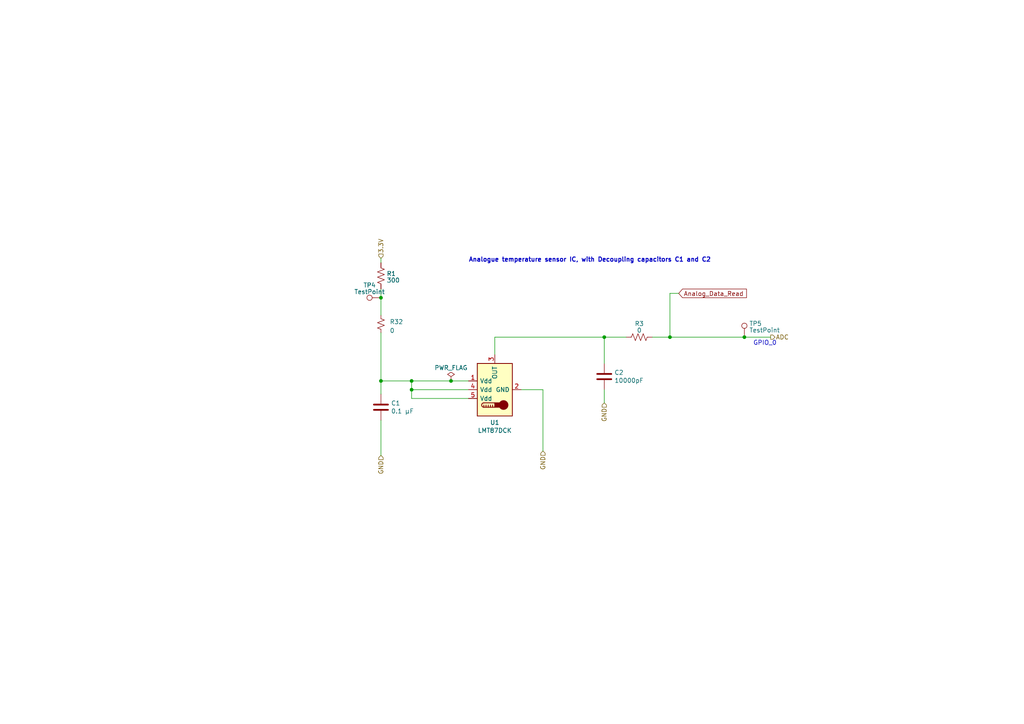
<source format=kicad_sch>
(kicad_sch (version 20230121) (generator eeschema)

  (uuid ba80147f-dc82-4fcf-845a-23f039ad7409)

  (paper "A4")

  (title_block
    (title "Analogue Temp Sensor")
    (date "2023-04-13")
    (rev "v0.21")
    (company "University of Cape Town")
    (comment 4 "Author: Joachim Gengan")
  )

  (lib_symbols
    (symbol "Connector:TestPoint" (pin_numbers hide) (pin_names (offset 0.762) hide) (in_bom yes) (on_board yes)
      (property "Reference" "TP" (at 0 6.858 0)
        (effects (font (size 1.27 1.27)))
      )
      (property "Value" "TestPoint" (at 0 5.08 0)
        (effects (font (size 1.27 1.27)))
      )
      (property "Footprint" "" (at 5.08 0 0)
        (effects (font (size 1.27 1.27)) hide)
      )
      (property "Datasheet" "~" (at 5.08 0 0)
        (effects (font (size 1.27 1.27)) hide)
      )
      (property "ki_keywords" "test point tp" (at 0 0 0)
        (effects (font (size 1.27 1.27)) hide)
      )
      (property "ki_description" "test point" (at 0 0 0)
        (effects (font (size 1.27 1.27)) hide)
      )
      (property "ki_fp_filters" "Pin* Test*" (at 0 0 0)
        (effects (font (size 1.27 1.27)) hide)
      )
      (symbol "TestPoint_0_1"
        (circle (center 0 3.302) (radius 0.762)
          (stroke (width 0) (type default))
          (fill (type none))
        )
      )
      (symbol "TestPoint_1_1"
        (pin passive line (at 0 0 90) (length 2.54)
          (name "1" (effects (font (size 1.27 1.27))))
          (number "1" (effects (font (size 1.27 1.27))))
        )
      )
    )
    (symbol "Device:C" (pin_numbers hide) (pin_names (offset 0.254)) (in_bom yes) (on_board yes)
      (property "Reference" "C" (at 0.635 2.54 0)
        (effects (font (size 1.27 1.27)) (justify left))
      )
      (property "Value" "C" (at 0.635 -2.54 0)
        (effects (font (size 1.27 1.27)) (justify left))
      )
      (property "Footprint" "" (at 0.9652 -3.81 0)
        (effects (font (size 1.27 1.27)) hide)
      )
      (property "Datasheet" "~" (at 0 0 0)
        (effects (font (size 1.27 1.27)) hide)
      )
      (property "ki_keywords" "cap capacitor" (at 0 0 0)
        (effects (font (size 1.27 1.27)) hide)
      )
      (property "ki_description" "Unpolarized capacitor" (at 0 0 0)
        (effects (font (size 1.27 1.27)) hide)
      )
      (property "ki_fp_filters" "C_*" (at 0 0 0)
        (effects (font (size 1.27 1.27)) hide)
      )
      (symbol "C_0_1"
        (polyline
          (pts
            (xy -2.032 -0.762)
            (xy 2.032 -0.762)
          )
          (stroke (width 0.508) (type default))
          (fill (type none))
        )
        (polyline
          (pts
            (xy -2.032 0.762)
            (xy 2.032 0.762)
          )
          (stroke (width 0.508) (type default))
          (fill (type none))
        )
      )
      (symbol "C_1_1"
        (pin passive line (at 0 3.81 270) (length 2.794)
          (name "~" (effects (font (size 1.27 1.27))))
          (number "1" (effects (font (size 1.27 1.27))))
        )
        (pin passive line (at 0 -3.81 90) (length 2.794)
          (name "~" (effects (font (size 1.27 1.27))))
          (number "2" (effects (font (size 1.27 1.27))))
        )
      )
    )
    (symbol "Device:R_Small_US" (pin_numbers hide) (pin_names (offset 0.254) hide) (in_bom yes) (on_board yes)
      (property "Reference" "R" (at 0.762 0.508 0)
        (effects (font (size 1.27 1.27)) (justify left))
      )
      (property "Value" "R_Small_US" (at 0.762 -1.016 0)
        (effects (font (size 1.27 1.27)) (justify left))
      )
      (property "Footprint" "" (at 0 0 0)
        (effects (font (size 1.27 1.27)) hide)
      )
      (property "Datasheet" "~" (at 0 0 0)
        (effects (font (size 1.27 1.27)) hide)
      )
      (property "ki_keywords" "r resistor" (at 0 0 0)
        (effects (font (size 1.27 1.27)) hide)
      )
      (property "ki_description" "Resistor, small US symbol" (at 0 0 0)
        (effects (font (size 1.27 1.27)) hide)
      )
      (property "ki_fp_filters" "R_*" (at 0 0 0)
        (effects (font (size 1.27 1.27)) hide)
      )
      (symbol "R_Small_US_1_1"
        (polyline
          (pts
            (xy 0 0)
            (xy 1.016 -0.381)
            (xy 0 -0.762)
            (xy -1.016 -1.143)
            (xy 0 -1.524)
          )
          (stroke (width 0) (type default))
          (fill (type none))
        )
        (polyline
          (pts
            (xy 0 1.524)
            (xy 1.016 1.143)
            (xy 0 0.762)
            (xy -1.016 0.381)
            (xy 0 0)
          )
          (stroke (width 0) (type default))
          (fill (type none))
        )
        (pin passive line (at 0 2.54 270) (length 1.016)
          (name "~" (effects (font (size 1.27 1.27))))
          (number "1" (effects (font (size 1.27 1.27))))
        )
        (pin passive line (at 0 -2.54 90) (length 1.016)
          (name "~" (effects (font (size 1.27 1.27))))
          (number "2" (effects (font (size 1.27 1.27))))
        )
      )
    )
    (symbol "Device:R_US" (pin_numbers hide) (pin_names (offset 0)) (in_bom yes) (on_board yes)
      (property "Reference" "R" (at 2.54 0 90)
        (effects (font (size 1.27 1.27)))
      )
      (property "Value" "R_US" (at -2.54 0 90)
        (effects (font (size 1.27 1.27)))
      )
      (property "Footprint" "" (at 1.016 -0.254 90)
        (effects (font (size 1.27 1.27)) hide)
      )
      (property "Datasheet" "~" (at 0 0 0)
        (effects (font (size 1.27 1.27)) hide)
      )
      (property "ki_keywords" "R res resistor" (at 0 0 0)
        (effects (font (size 1.27 1.27)) hide)
      )
      (property "ki_description" "Resistor, US symbol" (at 0 0 0)
        (effects (font (size 1.27 1.27)) hide)
      )
      (property "ki_fp_filters" "R_*" (at 0 0 0)
        (effects (font (size 1.27 1.27)) hide)
      )
      (symbol "R_US_0_1"
        (polyline
          (pts
            (xy 0 -2.286)
            (xy 0 -2.54)
          )
          (stroke (width 0) (type default))
          (fill (type none))
        )
        (polyline
          (pts
            (xy 0 2.286)
            (xy 0 2.54)
          )
          (stroke (width 0) (type default))
          (fill (type none))
        )
        (polyline
          (pts
            (xy 0 -0.762)
            (xy 1.016 -1.143)
            (xy 0 -1.524)
            (xy -1.016 -1.905)
            (xy 0 -2.286)
          )
          (stroke (width 0) (type default))
          (fill (type none))
        )
        (polyline
          (pts
            (xy 0 0.762)
            (xy 1.016 0.381)
            (xy 0 0)
            (xy -1.016 -0.381)
            (xy 0 -0.762)
          )
          (stroke (width 0) (type default))
          (fill (type none))
        )
        (polyline
          (pts
            (xy 0 2.286)
            (xy 1.016 1.905)
            (xy 0 1.524)
            (xy -1.016 1.143)
            (xy 0 0.762)
          )
          (stroke (width 0) (type default))
          (fill (type none))
        )
      )
      (symbol "R_US_1_1"
        (pin passive line (at 0 3.81 270) (length 1.27)
          (name "~" (effects (font (size 1.27 1.27))))
          (number "1" (effects (font (size 1.27 1.27))))
        )
        (pin passive line (at 0 -3.81 90) (length 1.27)
          (name "~" (effects (font (size 1.27 1.27))))
          (number "2" (effects (font (size 1.27 1.27))))
        )
      )
    )
    (symbol "power:PWR_FLAG" (power) (pin_numbers hide) (pin_names (offset 0) hide) (in_bom yes) (on_board yes)
      (property "Reference" "#FLG" (at 0 1.905 0)
        (effects (font (size 1.27 1.27)) hide)
      )
      (property "Value" "PWR_FLAG" (at 0 3.81 0)
        (effects (font (size 1.27 1.27)))
      )
      (property "Footprint" "" (at 0 0 0)
        (effects (font (size 1.27 1.27)) hide)
      )
      (property "Datasheet" "~" (at 0 0 0)
        (effects (font (size 1.27 1.27)) hide)
      )
      (property "ki_keywords" "flag power" (at 0 0 0)
        (effects (font (size 1.27 1.27)) hide)
      )
      (property "ki_description" "Special symbol for telling ERC where power comes from" (at 0 0 0)
        (effects (font (size 1.27 1.27)) hide)
      )
      (symbol "PWR_FLAG_0_0"
        (pin power_out line (at 0 0 90) (length 0)
          (name "pwr" (effects (font (size 1.27 1.27))))
          (number "1" (effects (font (size 1.27 1.27))))
        )
      )
      (symbol "PWR_FLAG_0_1"
        (polyline
          (pts
            (xy 0 0)
            (xy 0 1.27)
            (xy -1.016 1.905)
            (xy 0 2.54)
            (xy 1.016 1.905)
            (xy 0 1.27)
          )
          (stroke (width 0) (type default))
          (fill (type none))
        )
      )
    )
    (symbol "schematicDraft-rescue:LMT87DCK-Sensor_Temperature" (pin_names (offset 0.762)) (in_bom yes) (on_board yes)
      (property "Reference" "U" (at -6.35 6.35 0)
        (effects (font (size 1.27 1.27)))
      )
      (property "Value" "Sensor_Temperature_LMT87DCK" (at 5.08 6.35 0)
        (effects (font (size 1.27 1.27)) (justify left))
      )
      (property "Footprint" "Package_TO_SOT_SMD:SOT-353_SC-70-5" (at 0 -10.16 0)
        (effects (font (size 1.27 1.27)) hide)
      )
      (property "Datasheet" "" (at 0 0 0)
        (effects (font (size 1.27 1.27)) hide)
      )
      (property "ki_fp_filters" "SC-70-*" (at 0 0 0)
        (effects (font (size 1.27 1.27)) hide)
      )
      (symbol "LMT87DCK-Sensor_Temperature_0_1"
        (rectangle (start -7.62 5.08) (end 7.62 -5.08)
          (stroke (width 0.254) (type solid))
          (fill (type background))
        )
        (circle (center -4.445 -2.54) (radius 1.27)
          (stroke (width 0.254) (type solid))
          (fill (type outline))
        )
        (rectangle (start -3.81 -1.905) (end -5.08 0)
          (stroke (width 0.254) (type solid))
          (fill (type outline))
        )
        (arc (start -3.81 3.175) (mid -4.445 3.8073) (end -5.08 3.175)
          (stroke (width 0.254) (type solid))
          (fill (type none))
        )
        (polyline
          (pts
            (xy -5.08 0.635)
            (xy -4.445 0.635)
          )
          (stroke (width 0.254) (type solid))
          (fill (type none))
        )
        (polyline
          (pts
            (xy -5.08 1.27)
            (xy -4.445 1.27)
          )
          (stroke (width 0.254) (type solid))
          (fill (type none))
        )
        (polyline
          (pts
            (xy -5.08 1.905)
            (xy -4.445 1.905)
          )
          (stroke (width 0.254) (type solid))
          (fill (type none))
        )
        (polyline
          (pts
            (xy -5.08 2.54)
            (xy -4.445 2.54)
          )
          (stroke (width 0.254) (type solid))
          (fill (type none))
        )
        (polyline
          (pts
            (xy -5.08 3.175)
            (xy -5.08 0)
          )
          (stroke (width 0.254) (type solid))
          (fill (type none))
        )
        (polyline
          (pts
            (xy -5.08 3.175)
            (xy -4.445 3.175)
          )
          (stroke (width 0.254) (type solid))
          (fill (type none))
        )
        (polyline
          (pts
            (xy -3.81 3.175)
            (xy -3.81 0)
          )
          (stroke (width 0.254) (type solid))
          (fill (type none))
        )
      )
      (symbol "LMT87DCK-Sensor_Temperature_1_1"
        (pin power_in line (at 2.54 7.62 270) (length 2.54)
          (name "Vdd" (effects (font (size 1.27 1.27))))
          (number "1" (effects (font (size 1.27 1.27))))
        )
        (pin power_in line (at 0 -7.62 90) (length 2.54)
          (name "GND" (effects (font (size 1.27 1.27))))
          (number "2" (effects (font (size 1.27 1.27))))
        )
        (pin output line (at 10.16 0 180) (length 2.54)
          (name "OUT" (effects (font (size 1.27 1.27))))
          (number "3" (effects (font (size 1.27 1.27))))
        )
        (pin power_in line (at 0 7.62 270) (length 2.54)
          (name "Vdd" (effects (font (size 1.27 1.27))))
          (number "4" (effects (font (size 1.27 1.27))))
        )
        (pin power_in line (at -2.54 7.62 270) (length 2.54)
          (name "Vdd" (effects (font (size 1.27 1.27))))
          (number "5" (effects (font (size 1.27 1.27))))
        )
      )
    )
  )

  (junction (at 110.49 86.36) (diameter 0) (color 0 0 0 0)
    (uuid 28372600-d310-47ca-8af3-99f8770e4ce1)
  )
  (junction (at 215.9 97.79) (diameter 0) (color 0 0 0 0)
    (uuid 2d530c79-e4ca-41fe-a3f3-7d641cec175c)
  )
  (junction (at 194.31 97.79) (diameter 0) (color 0 0 0 0)
    (uuid 2e9b419a-2215-401f-8575-6832ca76b67d)
  )
  (junction (at 130.81 110.49) (diameter 0) (color 0 0 0 0)
    (uuid 7a937f71-46f3-4137-8186-2b2daffc32d5)
  )
  (junction (at 119.38 113.03) (diameter 0) (color 0 0 0 0)
    (uuid 86b96dae-0d37-488a-baac-b9359b804d43)
  )
  (junction (at 175.26 97.79) (diameter 0) (color 0 0 0 0)
    (uuid 9374314b-edce-465f-ac1a-3aa888a7316b)
  )
  (junction (at 110.49 110.49) (diameter 0) (color 0 0 0 0)
    (uuid a8f4d13e-7f3a-4e3b-983a-b73a65ba43db)
  )
  (junction (at 119.38 110.49) (diameter 0) (color 0 0 0 0)
    (uuid d16e3437-b4ce-49ab-9539-1107b97eeb38)
  )

  (wire (pts (xy 119.38 110.49) (xy 130.81 110.49))
    (stroke (width 0) (type default))
    (uuid 047cdf15-d85b-4cc4-bed0-6b491201078c)
  )
  (wire (pts (xy 135.89 113.03) (xy 119.38 113.03))
    (stroke (width 0) (type default))
    (uuid 07189593-fd73-468e-ad26-58945323668e)
  )
  (wire (pts (xy 157.48 113.03) (xy 157.48 130.81))
    (stroke (width 0) (type default))
    (uuid 135db79c-9eeb-4bdf-ac3c-0919c9cb497c)
  )
  (wire (pts (xy 189.23 97.79) (xy 194.31 97.79))
    (stroke (width 0) (type default))
    (uuid 2ce26b72-c2fe-45e8-a6f8-ee9877d5d515)
  )
  (wire (pts (xy 143.51 102.87) (xy 143.51 97.79))
    (stroke (width 0) (type default))
    (uuid 2d8a2f15-f0ea-4083-8c59-9f0aa2c14332)
  )
  (wire (pts (xy 151.13 113.03) (xy 157.48 113.03))
    (stroke (width 0) (type default))
    (uuid 2f854620-7d83-4837-917e-3b6549a93e79)
  )
  (wire (pts (xy 110.49 74.93) (xy 110.49 76.2))
    (stroke (width 0) (type default))
    (uuid 35cbad9f-4097-4499-8124-a1d9f67297e7)
  )
  (wire (pts (xy 194.31 85.09) (xy 194.31 97.79))
    (stroke (width 0) (type default))
    (uuid 399c8fc1-03e2-45af-8441-a4a1f3fba039)
  )
  (wire (pts (xy 110.49 83.82) (xy 110.49 86.36))
    (stroke (width 0) (type default))
    (uuid 4ca8552f-1b17-4a34-84ff-5ee875291659)
  )
  (wire (pts (xy 110.49 86.36) (xy 110.49 91.44))
    (stroke (width 0) (type default))
    (uuid 4d1d65f6-65a4-4b7b-985f-1b8909facd82)
  )
  (wire (pts (xy 135.89 115.57) (xy 119.38 115.57))
    (stroke (width 0) (type default))
    (uuid 5ae23412-7f84-4363-9c36-87883959ba25)
  )
  (wire (pts (xy 110.49 110.49) (xy 119.38 110.49))
    (stroke (width 0) (type default))
    (uuid 622fa073-3e5d-4409-8b93-12ff2c73028b)
  )
  (wire (pts (xy 196.85 85.09) (xy 194.31 85.09))
    (stroke (width 0) (type default))
    (uuid 6b589c50-c62d-47bc-8120-234464f1b645)
  )
  (wire (pts (xy 215.9 97.79) (xy 223.52 97.79))
    (stroke (width 0) (type default))
    (uuid 7083a98d-53e8-49ff-aee2-1a3496de2724)
  )
  (wire (pts (xy 110.49 96.52) (xy 110.49 110.49))
    (stroke (width 0) (type default))
    (uuid 9278cf18-27c0-43e5-92b1-44cea2bca44e)
  )
  (wire (pts (xy 175.26 113.03) (xy 175.26 116.84))
    (stroke (width 0) (type default))
    (uuid a7dc194a-464c-41a7-b182-87f24d862ae1)
  )
  (wire (pts (xy 119.38 115.57) (xy 119.38 113.03))
    (stroke (width 0) (type default))
    (uuid a8105ad2-fffd-421c-92f0-48a99a53fba3)
  )
  (wire (pts (xy 110.49 132.08) (xy 110.49 121.92))
    (stroke (width 0) (type default))
    (uuid a9238270-a499-44d7-83d1-73a544942f19)
  )
  (wire (pts (xy 119.38 113.03) (xy 119.38 110.49))
    (stroke (width 0) (type default))
    (uuid ce8d5c70-2ed6-4878-8a06-cfaa89d7adfc)
  )
  (wire (pts (xy 175.26 97.79) (xy 181.61 97.79))
    (stroke (width 0) (type default))
    (uuid d6e20066-3656-49ce-bc7a-efd0f9106d69)
  )
  (wire (pts (xy 194.31 97.79) (xy 215.9 97.79))
    (stroke (width 0) (type default))
    (uuid e532d03e-74a9-49e3-88a6-05ff58b09c20)
  )
  (wire (pts (xy 130.81 110.49) (xy 135.89 110.49))
    (stroke (width 0) (type default))
    (uuid ecb2d9e3-edbc-41b1-9e60-3aac87cde711)
  )
  (wire (pts (xy 175.26 97.79) (xy 175.26 105.41))
    (stroke (width 0) (type default))
    (uuid ef55c3a9-508b-401c-9a57-15a85c413f56)
  )
  (wire (pts (xy 110.49 110.49) (xy 110.49 114.3))
    (stroke (width 0) (type default))
    (uuid f2414591-2587-4673-84ff-12cf246d9832)
  )
  (wire (pts (xy 143.51 97.79) (xy 175.26 97.79))
    (stroke (width 0) (type default))
    (uuid fbe2f312-d208-4f2d-b1c7-7c9e936e3592)
  )

  (text "GPIO_0" (at 218.44 100.33 0)
    (effects (font (size 1.27 1.27)) (justify left bottom))
    (uuid 1f428d1a-8777-4482-85dd-b32ebbb2046e)
  )
  (text "Analogue temperature sensor IC, with Decoupling capacitors C1 and C2"
    (at 135.89 76.2 0)
    (effects (font (size 1.27 1.27) (thickness 0.254) bold) (justify left bottom))
    (uuid c03389d1-f897-400c-8049-8a263a8d11f5)
  )

  (global_label "Analog_Data_Read" (shape input) (at 196.85 85.09 0) (fields_autoplaced)
    (effects (font (size 1.27 1.27)) (justify left))
    (uuid 1c7607e1-707d-47fc-a8ad-5b4c30bfb5e6)
    (property "Intersheetrefs" "${INTERSHEET_REFS}" (at 216.3369 85.09 0)
      (effects (font (size 1.27 1.27)) (justify left) hide)
    )
  )

  (hierarchical_label "3.3V" (shape input) (at 110.49 74.93 90) (fields_autoplaced)
    (effects (font (size 1.27 1.27)) (justify left))
    (uuid 2cfb9182-c961-4f5e-9aab-c262d2c8eb4b)
  )
  (hierarchical_label "GND" (shape input) (at 157.48 130.81 270) (fields_autoplaced)
    (effects (font (size 1.27 1.27)) (justify right))
    (uuid 31e1cc59-657b-4c77-8289-256d6200bf70)
  )
  (hierarchical_label "GND" (shape input) (at 175.26 116.84 270) (fields_autoplaced)
    (effects (font (size 1.27 1.27)) (justify right))
    (uuid 6466a2a4-eaa5-4b2c-aa8c-ed74e9e87d08)
  )
  (hierarchical_label "GND" (shape input) (at 110.49 132.08 270) (fields_autoplaced)
    (effects (font (size 1.27 1.27)) (justify right))
    (uuid d3a4c037-503a-454e-abce-a5d0473f0daa)
  )
  (hierarchical_label "ADC" (shape output) (at 223.52 97.79 0) (fields_autoplaced)
    (effects (font (size 1.27 1.27)) (justify left))
    (uuid e877cf26-b9b9-4585-b70e-74b136c3dc8f)
  )

  (symbol (lib_id "schematicDraft-rescue:LMT87DCK-Sensor_Temperature") (at 143.51 113.03 90) (unit 1)
    (in_bom yes) (on_board yes) (dnp no)
    (uuid 00000000-0000-0000-0000-00006404ab95)
    (property "Reference" "U1" (at 143.51 122.555 90)
      (effects (font (size 1.27 1.27)))
    )
    (property "Value" "LMT87DCK" (at 143.51 124.8664 90)
      (effects (font (size 1.27 1.27)))
    )
    (property "Footprint" "Package_TO_SOT_SMD:SOT-353_SC-70-5" (at 153.67 113.03 0)
      (effects (font (size 1.27 1.27)) hide)
    )
    (property "Datasheet" "http://www.ti.com/lit/ds/symlink/lmt87-q1.pdf" (at 143.51 113.03 0)
      (effects (font (size 1.27 1.27)) hide)
    )
    (property "Cost Per unit" "U$0.9827" (at 143.51 113.03 0)
      (effects (font (size 1.27 1.27)) hide)
    )
    (property "JLC Part Number" "C206058" (at 143.51 113.03 0)
      (effects (font (size 1.27 1.27)) hide)
    )
    (property "Component Name" "Temp Sensor" (at 143.51 113.03 0)
      (effects (font (size 1.27 1.27)) hide)
    )
    (property "Cost per Board" "U$0.9827" (at 143.51 113.03 0)
      (effects (font (size 1.27 1.27)) hide)
    )
    (property "Five Board Cost" "U$5.9135" (at 143.51 113.03 0)
      (effects (font (size 1.27 1.27)) hide)
    )
    (property "LCSC" "C206058" (at 143.51 113.03 0)
      (effects (font (size 1.27 1.27)) hide)
    )
    (pin "1" (uuid a34886c4-c4f2-4c86-bd47-220d6d543944))
    (pin "2" (uuid 831b9164-5138-40ed-bd2e-c7d95d8d9a02))
    (pin "3" (uuid 1ca6c823-2946-4ac5-a0e1-c94523f711ee))
    (pin "4" (uuid 850c654f-9687-4f5a-b744-94b12a3f0e3b))
    (pin "5" (uuid cbc840b4-6d1c-4a8a-b565-0b429da4b312))
    (instances
      (project "main_v0.6"
        (path "/fb343421-d6b0-4cce-ac68-099621c469ba/00000000-0000-0000-0000-00006404a2b1"
          (reference "U1") (unit 1)
        )
      )
    )
  )

  (symbol (lib_id "Device:C") (at 175.26 109.22 0) (unit 1)
    (in_bom yes) (on_board yes) (dnp no)
    (uuid 00000000-0000-0000-0000-00006404ce08)
    (property "Reference" "C2" (at 178.181 108.0516 0)
      (effects (font (size 1.27 1.27)) (justify left))
    )
    (property "Value" "10000pF" (at 178.181 110.363 0)
      (effects (font (size 1.27 1.27)) (justify left))
    )
    (property "Footprint" "Capacitor_SMD:C_1206_3216Metric" (at 176.2252 113.03 0)
      (effects (font (size 1.27 1.27)) hide)
    )
    (property "Datasheet" "~" (at 175.26 109.22 0)
      (effects (font (size 1.27 1.27)) hide)
    )
    (property "Cost Per unit" "U$0.0131" (at 175.26 109.22 0)
      (effects (font (size 1.27 1.27)) hide)
    )
    (property "JLC Part Number" "C1846" (at 175.26 109.22 0)
      (effects (font (size 1.27 1.27)) hide)
    )
    (property "Component Name" "Capacitor" (at 175.26 109.22 0)
      (effects (font (size 1.27 1.27)) hide)
    )
    (property "Cost per Board" "U$0.0131" (at 175.26 109.22 0)
      (effects (font (size 1.27 1.27)) hide)
    )
    (property "Five Board Cost" "U$0.0655" (at 175.26 109.22 0)
      (effects (font (size 1.27 1.27)) hide)
    )
    (property "LCSC" "C1846" (at 175.26 109.22 0)
      (effects (font (size 1.27 1.27)) hide)
    )
    (pin "1" (uuid c92c8f0c-e900-4bf3-a772-371a9a1aa3bb))
    (pin "2" (uuid ceb10c2f-15e1-44c5-9c8a-b832f07cd134))
    (instances
      (project "main_v0.6"
        (path "/fb343421-d6b0-4cce-ac68-099621c469ba/00000000-0000-0000-0000-00006404a2b1"
          (reference "C2") (unit 1)
        )
      )
    )
  )

  (symbol (lib_id "Device:C") (at 110.49 118.11 0) (unit 1)
    (in_bom yes) (on_board yes) (dnp no)
    (uuid 00000000-0000-0000-0000-00006404e304)
    (property "Reference" "C1" (at 113.411 116.9416 0)
      (effects (font (size 1.27 1.27)) (justify left))
    )
    (property "Value" "0.1 µF" (at 113.411 119.253 0)
      (effects (font (size 1.27 1.27)) (justify left))
    )
    (property "Footprint" "Capacitor_SMD:C_1206_3216Metric" (at 111.4552 121.92 0)
      (effects (font (size 1.27 1.27)) hide)
    )
    (property "Datasheet" "~" (at 110.49 118.11 0)
      (effects (font (size 1.27 1.27)) hide)
    )
    (property "Cost Per unit" "U$0.0138" (at 110.49 118.11 0)
      (effects (font (size 1.27 1.27)) hide)
    )
    (property "JLC Part Number" "NA" (at 110.49 118.11 0)
      (effects (font (size 1.27 1.27)) hide)
    )
    (property "Component Name" "Capacitor" (at 110.49 118.11 0)
      (effects (font (size 1.27 1.27)) hide)
    )
    (property "Cost per Board" "U$0.0138" (at 110.49 118.11 0)
      (effects (font (size 1.27 1.27)) hide)
    )
    (property "Five Board Cost" "U$0.069" (at 110.49 118.11 0)
      (effects (font (size 1.27 1.27)) hide)
    )
    (property "LCSC" "C24497" (at 110.49 118.11 0)
      (effects (font (size 1.27 1.27)) hide)
    )
    (pin "1" (uuid c3e65105-1f85-4fdc-9f7f-e361d29ea42c))
    (pin "2" (uuid 2914b400-aa83-401a-9ad8-32ee69a7c26c))
    (instances
      (project "main_v0.6"
        (path "/fb343421-d6b0-4cce-ac68-099621c469ba/00000000-0000-0000-0000-00006404a2b1"
          (reference "C1") (unit 1)
        )
      )
    )
  )

  (symbol (lib_id "Connector:TestPoint") (at 110.49 86.36 90) (unit 1)
    (in_bom yes) (on_board yes) (dnp no) (fields_autoplaced)
    (uuid 0e85f743-d114-4209-9f70-a379b6e471aa)
    (property "Reference" "TP4" (at 107.188 82.7151 90)
      (effects (font (size 1.27 1.27)))
    )
    (property "Value" "TestPoint" (at 107.188 84.6361 90)
      (effects (font (size 1.27 1.27)))
    )
    (property "Footprint" "TestPoint:TestPoint_Pad_D1.5mm" (at 110.49 81.28 0)
      (effects (font (size 1.27 1.27)) hide)
    )
    (property "Datasheet" "~" (at 110.49 81.28 0)
      (effects (font (size 1.27 1.27)) hide)
    )
    (property "Component Name" "" (at 110.49 86.36 0)
      (effects (font (size 1.27 1.27)) hide)
    )
    (pin "1" (uuid 4f9e4c05-6e70-4d05-b90b-129e552d9ddb))
    (instances
      (project "main_v0.6"
        (path "/fb343421-d6b0-4cce-ac68-099621c469ba/00000000-0000-0000-0000-00006404a2b1"
          (reference "TP4") (unit 1)
        )
      )
    )
  )

  (symbol (lib_id "Connector:TestPoint") (at 215.9 97.79 0) (unit 1)
    (in_bom yes) (on_board yes) (dnp no) (fields_autoplaced)
    (uuid 37d1285d-b1a8-42ad-aaba-1fdb3195fed0)
    (property "Reference" "TP5" (at 217.297 93.8443 0)
      (effects (font (size 1.27 1.27)) (justify left))
    )
    (property "Value" "TestPoint" (at 217.297 95.7653 0)
      (effects (font (size 1.27 1.27)) (justify left))
    )
    (property "Footprint" "TestPoint:TestPoint_Pad_D1.5mm" (at 220.98 97.79 0)
      (effects (font (size 1.27 1.27)) hide)
    )
    (property "Datasheet" "~" (at 220.98 97.79 0)
      (effects (font (size 1.27 1.27)) hide)
    )
    (property "Component Name" "" (at 215.9 97.79 0)
      (effects (font (size 1.27 1.27)) hide)
    )
    (pin "1" (uuid 33238b5f-8811-4fa8-9640-0c0c7930b46b))
    (instances
      (project "main_v0.6"
        (path "/fb343421-d6b0-4cce-ac68-099621c469ba/00000000-0000-0000-0000-00006404a2b1"
          (reference "TP5") (unit 1)
        )
      )
    )
  )

  (symbol (lib_id "Device:R_US") (at 185.42 97.79 90) (unit 1)
    (in_bom yes) (on_board yes) (dnp no) (fields_autoplaced)
    (uuid 4ef1b5c1-4e05-4bf6-a4c3-1d8d9bb24254)
    (property "Reference" "R3" (at 185.42 93.8911 90)
      (effects (font (size 1.27 1.27)))
    )
    (property "Value" "0" (at 185.42 95.8121 90)
      (effects (font (size 1.27 1.27)))
    )
    (property "Footprint" "Resistor_SMD:R_1206_3216Metric" (at 185.674 96.774 90)
      (effects (font (size 1.27 1.27)) hide)
    )
    (property "Datasheet" "~" (at 185.42 97.79 0)
      (effects (font (size 1.27 1.27)) hide)
    )
    (property "Cost Per unit" "U$0.0030" (at 185.42 97.79 0)
      (effects (font (size 1.27 1.27)) hide)
    )
    (property "JLC Part Number" "NA" (at 185.42 97.79 0)
      (effects (font (size 1.27 1.27)) hide)
    )
    (property "Component Name" "Resistor" (at 185.42 97.79 0)
      (effects (font (size 1.27 1.27)) hide)
    )
    (property "Cost per Board" "U$0.021" (at 185.42 97.79 0)
      (effects (font (size 1.27 1.27)) hide)
    )
    (property "Five Board Cost" "U$0.105" (at 185.42 97.79 0)
      (effects (font (size 1.27 1.27)) hide)
    )
    (property "LCSC" "C17888" (at 185.42 97.79 0)
      (effects (font (size 1.27 1.27)) hide)
    )
    (pin "1" (uuid 9b4a442f-1426-4a27-8929-5296a21cac87))
    (pin "2" (uuid ace9da65-89c1-468d-b838-08b1a7b96a16))
    (instances
      (project "main_v0.6"
        (path "/fb343421-d6b0-4cce-ac68-099621c469ba/00000000-0000-0000-0000-00006404a2b1"
          (reference "R3") (unit 1)
        )
      )
    )
  )

  (symbol (lib_id "Device:R_Small_US") (at 110.49 93.98 0) (unit 1)
    (in_bom yes) (on_board yes) (dnp no) (fields_autoplaced)
    (uuid a9ac86a0-5cd1-4825-b358-853a18193fdd)
    (property "Reference" "R32" (at 113.03 93.345 0)
      (effects (font (size 1.27 1.27)) (justify left))
    )
    (property "Value" "0" (at 113.03 95.885 0)
      (effects (font (size 1.27 1.27)) (justify left))
    )
    (property "Footprint" "Resistor_SMD:R_1206_3216Metric" (at 110.49 93.98 0)
      (effects (font (size 1.27 1.27)) hide)
    )
    (property "Datasheet" "" (at 110.49 93.98 0)
      (effects (font (size 1.27 1.27)) hide)
    )
    (property "Component Name" "Resistor" (at 110.49 93.98 0)
      (effects (font (size 1.27 1.27)) hide)
    )
    (property "Cost Per unit" "U$0.0030" (at 110.49 93.98 0)
      (effects (font (size 1.27 1.27)) hide)
    )
    (property "Cost per Board" "U$0.021" (at 110.49 93.98 0)
      (effects (font (size 1.27 1.27)) hide)
    )
    (property "Five Board Cost" "U$0.105" (at 110.49 93.98 0)
      (effects (font (size 1.27 1.27)) hide)
    )
    (property "LCSC" "C17888" (at 110.49 93.98 0)
      (effects (font (size 1.27 1.27)) hide)
    )
    (pin "1" (uuid 826d5462-8fe9-4791-969e-a2667df2422e))
    (pin "2" (uuid 1449c1f3-4631-43bb-ba02-b0665dc1def0))
    (instances
      (project "main_v0.6"
        (path "/fb343421-d6b0-4cce-ac68-099621c469ba/00000000-0000-0000-0000-00006404a2b1"
          (reference "R32") (unit 1)
        )
      )
    )
  )

  (symbol (lib_id "Device:R_US") (at 110.49 80.01 0) (unit 1)
    (in_bom yes) (on_board yes) (dnp no)
    (uuid d55c4854-b4ea-4bff-8b72-1a47390fb9af)
    (property "Reference" "R1" (at 112.141 79.3663 0)
      (effects (font (size 1.27 1.27)) (justify left))
    )
    (property "Value" "300" (at 112.141 81.2873 0)
      (effects (font (size 1.27 1.27)) (justify left))
    )
    (property "Footprint" "Resistor_SMD:R_1206_3216Metric" (at 111.506 80.264 90)
      (effects (font (size 1.27 1.27)) hide)
    )
    (property "Datasheet" "~" (at 110.49 80.01 0)
      (effects (font (size 1.27 1.27)) hide)
    )
    (property "Cost Per unit" "U$0.0030" (at 110.49 80.01 0)
      (effects (font (size 1.27 1.27)) hide)
    )
    (property "JLC Part Number" "C17887" (at 110.49 80.01 0)
      (effects (font (size 1.27 1.27)) hide)
    )
    (property "Component Name" "Resistor" (at 110.49 80.01 0)
      (effects (font (size 1.27 1.27)) hide)
    )
    (property "Cost per Board" "U$0.009" (at 110.49 80.01 0)
      (effects (font (size 1.27 1.27)) hide)
    )
    (property "Five Board Cost" "U$0.045" (at 110.49 80.01 0)
      (effects (font (size 1.27 1.27)) hide)
    )
    (property "LCSC" "C17887" (at 110.49 80.01 0)
      (effects (font (size 1.27 1.27)) hide)
    )
    (pin "1" (uuid eee5d035-ce26-4468-a40f-fe690bc42d0b))
    (pin "2" (uuid 45647be0-3b53-40da-bc52-8b8326e56395))
    (instances
      (project "main_v0.6"
        (path "/fb343421-d6b0-4cce-ac68-099621c469ba/00000000-0000-0000-0000-00006404a2b1"
          (reference "R1") (unit 1)
        )
      )
    )
  )

  (symbol (lib_id "power:PWR_FLAG") (at 130.81 110.49 0) (unit 1)
    (in_bom yes) (on_board yes) (dnp no) (fields_autoplaced)
    (uuid ed2aa3b0-9adf-44c0-b40e-f87ee6a4a0c4)
    (property "Reference" "#FLG02" (at 130.81 108.585 0)
      (effects (font (size 1.27 1.27)) hide)
    )
    (property "Value" "PWR_FLAG" (at 130.81 106.68 0)
      (effects (font (size 1.27 1.27)))
    )
    (property "Footprint" "" (at 130.81 110.49 0)
      (effects (font (size 1.27 1.27)) hide)
    )
    (property "Datasheet" "~" (at 130.81 110.49 0)
      (effects (font (size 1.27 1.27)) hide)
    )
    (pin "1" (uuid c1e27046-c4a8-4b11-b0d3-5c0b81ac1afd))
    (instances
      (project "main_v0.6"
        (path "/fb343421-d6b0-4cce-ac68-099621c469ba/00000000-0000-0000-0000-00006404a2b1"
          (reference "#FLG02") (unit 1)
        )
      )
    )
  )
)

</source>
